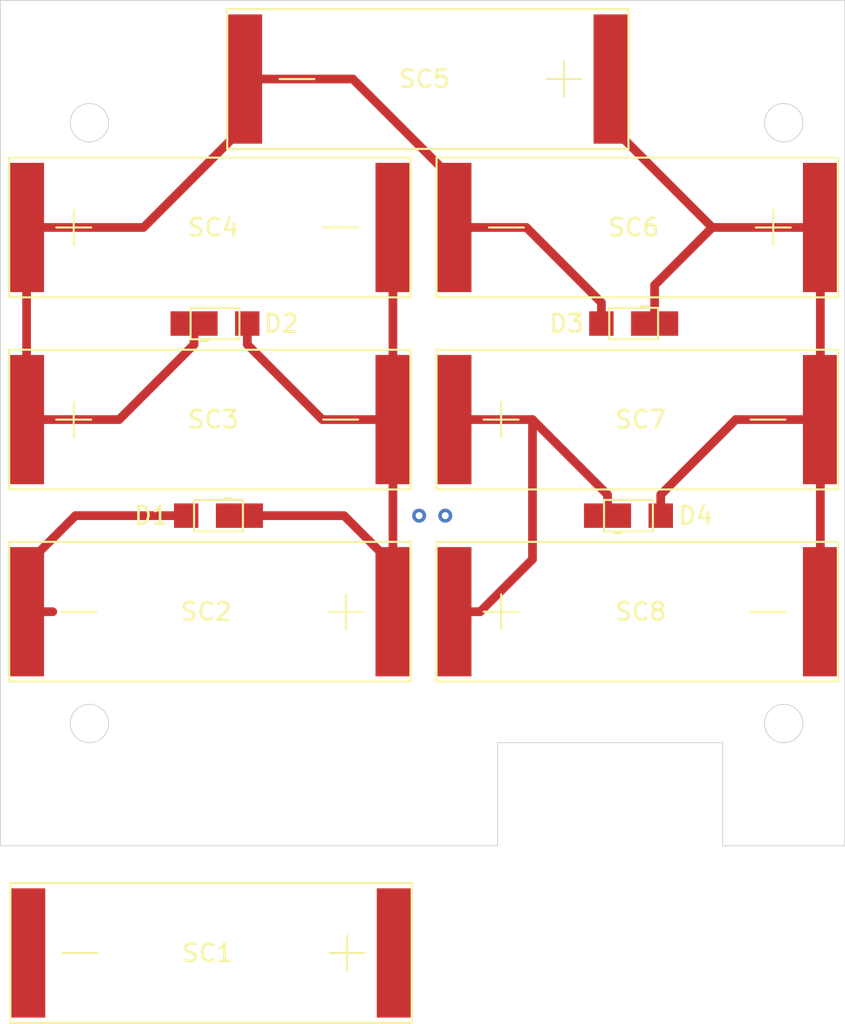
<source format=kicad_pcb>
(kicad_pcb (version 20171130) (host pcbnew "(5.1.4)-1")

  (general
    (thickness 1.6)
    (drawings 12)
    (tracks 48)
    (zones 0)
    (modules 12)
    (nets 6)
  )

  (page A4)
  (layers
    (0 F.Cu signal)
    (1 In1.Cu signal)
    (2 In2.Cu signal)
    (3 In3.Cu signal)
    (4 In4.Cu signal)
    (31 B.Cu signal)
    (32 B.Adhes user)
    (33 F.Adhes user)
    (34 B.Paste user)
    (35 F.Paste user)
    (36 B.SilkS user)
    (37 F.SilkS user)
    (38 B.Mask user)
    (39 F.Mask user)
    (40 Dwgs.User user)
    (41 Cmts.User user)
    (42 Eco1.User user)
    (43 Eco2.User user)
    (44 Edge.Cuts user)
    (45 Margin user)
    (46 B.CrtYd user)
    (47 F.CrtYd user)
    (48 B.Fab user)
    (49 F.Fab user)
  )

  (setup
    (last_trace_width 0.25)
    (user_trace_width 0.127)
    (user_trace_width 0.5)
    (user_trace_width 1)
    (trace_clearance 0.2)
    (zone_clearance 0.508)
    (zone_45_only no)
    (trace_min 0.2)
    (via_size 0.8)
    (via_drill 0.4)
    (via_min_size 0.4)
    (via_min_drill 0.3)
    (uvia_size 0.3)
    (uvia_drill 0.1)
    (uvias_allowed no)
    (uvia_min_size 0.2)
    (uvia_min_drill 0.1)
    (edge_width 0.05)
    (segment_width 0.2)
    (pcb_text_width 0.3)
    (pcb_text_size 1.5 1.5)
    (mod_edge_width 0.12)
    (mod_text_size 1 1)
    (mod_text_width 0.15)
    (pad_size 2.7 1.4)
    (pad_drill 0)
    (pad_to_mask_clearance 0.051)
    (solder_mask_min_width 0.25)
    (aux_axis_origin 0 0)
    (visible_elements 7FFFFFFF)
    (pcbplotparams
      (layerselection 0x010fc_ffffffff)
      (usegerberextensions false)
      (usegerberattributes false)
      (usegerberadvancedattributes false)
      (creategerberjobfile false)
      (excludeedgelayer true)
      (linewidth 0.100000)
      (plotframeref false)
      (viasonmask false)
      (mode 1)
      (useauxorigin false)
      (hpglpennumber 1)
      (hpglpenspeed 20)
      (hpglpendiameter 15.000000)
      (psnegative false)
      (psa4output false)
      (plotreference true)
      (plotvalue true)
      (plotinvisibletext false)
      (padsonsilk false)
      (subtractmaskfromsilk false)
      (outputformat 1)
      (mirror false)
      (drillshape 1)
      (scaleselection 1)
      (outputdirectory ""))
  )

  (net 0 "")
  (net 1 "Net-(D1-Pad2)")
  (net 2 "Net-(D1-Pad1)")
  (net 3 "Net-(D2-Pad1)")
  (net 4 "Net-(D3-Pad1)")
  (net 5 "Net-(D4-Pad1)")

  (net_class Default "This is the default net class."
    (clearance 0.2)
    (trace_width 0.25)
    (via_dia 0.8)
    (via_drill 0.4)
    (uvia_dia 0.3)
    (uvia_drill 0.1)
    (add_net "Net-(D1-Pad1)")
    (add_net "Net-(D1-Pad2)")
    (add_net "Net-(D2-Pad1)")
    (add_net "Net-(D3-Pad1)")
    (add_net "Net-(D4-Pad1)")
  )

  (module SolarCellX:KXOB25-05X3F (layer F.Cu) (tedit 5DADF49B) (tstamp 5DAEAB85)
    (at 116 75)
    (path /5DAF4610)
    (fp_text reference SC8 (at 10.7 0) (layer F.SilkS)
      (effects (font (size 1 1) (thickness 0.15)))
    )
    (fp_text value KXOB25-05X3F (at 10.3 -2) (layer F.Fab)
      (effects (font (size 1 1) (thickness 0.15)))
    )
    (fp_line (start 17 0) (end 19 0) (layer F.SilkS) (width 0.12))
    (fp_line (start 1.7 0) (end 3.7 0) (layer F.SilkS) (width 0.12))
    (fp_line (start 2.7 -1) (end 2.7 1) (layer F.SilkS) (width 0.12))
    (fp_line (start -1 4) (end -1 -4) (layer F.SilkS) (width 0.12))
    (fp_line (start 22 4) (end -1 4) (layer F.SilkS) (width 0.12))
    (fp_line (start 22 -4) (end 22 4) (layer F.SilkS) (width 0.12))
    (fp_line (start -1 -4) (end 22 -4) (layer F.SilkS) (width 0.12))
    (pad 2 smd rect (at 21 0) (size 2 7.4) (layers F.Cu F.Paste F.Mask)
      (net 4 "Net-(D3-Pad1)"))
    (pad 1 smd rect (at 0 0) (size 2 7.4) (layers F.Cu F.Paste F.Mask)
      (net 5 "Net-(D4-Pad1)"))
  )

  (module SolarCellX:KXOB25-05X3F (layer F.Cu) (tedit 5DADF49B) (tstamp 5DAEB173)
    (at 116 64)
    (path /5DAF4616)
    (fp_text reference SC7 (at 10.7 0) (layer F.SilkS)
      (effects (font (size 1 1) (thickness 0.15)))
    )
    (fp_text value KXOB25-05X3F (at 10.3 -1.5) (layer F.Fab)
      (effects (font (size 1 1) (thickness 0.15)))
    )
    (fp_line (start 17 0) (end 19 0) (layer F.SilkS) (width 0.12))
    (fp_line (start 1.7 0) (end 3.7 0) (layer F.SilkS) (width 0.12))
    (fp_line (start 2.7 -1) (end 2.7 1) (layer F.SilkS) (width 0.12))
    (fp_line (start -1 4) (end -1 -4) (layer F.SilkS) (width 0.12))
    (fp_line (start 22 4) (end -1 4) (layer F.SilkS) (width 0.12))
    (fp_line (start 22 -4) (end 22 4) (layer F.SilkS) (width 0.12))
    (fp_line (start -1 -4) (end 22 -4) (layer F.SilkS) (width 0.12))
    (pad 2 smd rect (at 21 0) (size 2 7.4) (layers F.Cu F.Paste F.Mask)
      (net 4 "Net-(D3-Pad1)"))
    (pad 1 smd rect (at 0 0) (size 2 7.4) (layers F.Cu F.Paste F.Mask)
      (net 5 "Net-(D4-Pad1)"))
  )

  (module "SolarCellX:SB Diode" (layer F.Cu) (tedit 5DADF414) (tstamp 5DAEAADB)
    (at 126 69.5)
    (path /5DAF461C)
    (fp_text reference D4 (at 3.85 0) (layer F.SilkS)
      (effects (font (size 1 1) (thickness 0.15)))
    )
    (fp_text value SBDiode (at -6.15 0) (layer F.Fab)
      (effects (font (size 1 1) (thickness 0.15)))
    )
    (fp_line (start -0.8 1) (end -0.4 1) (layer F.SilkS) (width 0.12))
    (fp_line (start -1.4 -0.9) (end 1.4 -0.9) (layer F.SilkS) (width 0.12))
    (fp_line (start -1.4 0.9) (end -1.4 -0.9) (layer F.SilkS) (width 0.12))
    (fp_line (start 1.4 0.9) (end -1.4 0.9) (layer F.SilkS) (width 0.12))
    (fp_line (start 1.4 -0.9) (end 1.4 0.9) (layer F.SilkS) (width 0.12))
    (pad 2 smd rect (at 1.85 0) (size 1.4 1.4) (layers F.Cu F.Paste F.Mask)
      (net 4 "Net-(D3-Pad1)"))
    (pad 1 smd rect (at -1.2 0) (size 2.7 1.4) (layers F.Cu F.Paste F.Mask)
      (net 5 "Net-(D4-Pad1)"))
  )

  (module SolarCellX:KXOB25-05X3F (layer F.Cu) (tedit 5DADF49B) (tstamp 5DAEA8D9)
    (at 112.5 75 180)
    (path /5DAE7285)
    (fp_text reference SC2 (at 10.7 0) (layer F.SilkS)
      (effects (font (size 1 1) (thickness 0.15)))
    )
    (fp_text value KXOB25-05X3F (at 10.3 -1.5) (layer F.Fab)
      (effects (font (size 1 1) (thickness 0.15)))
    )
    (fp_line (start 17 0) (end 19 0) (layer F.SilkS) (width 0.12))
    (fp_line (start 1.7 0) (end 3.7 0) (layer F.SilkS) (width 0.12))
    (fp_line (start 2.7 -1) (end 2.7 1) (layer F.SilkS) (width 0.12))
    (fp_line (start -1 4) (end -1 -4) (layer F.SilkS) (width 0.12))
    (fp_line (start 22 4) (end -1 4) (layer F.SilkS) (width 0.12))
    (fp_line (start 22 -4) (end 22 4) (layer F.SilkS) (width 0.12))
    (fp_line (start -1 -4) (end 22 -4) (layer F.SilkS) (width 0.12))
    (pad 2 smd rect (at 21 0 180) (size 2 7.4) (layers F.Cu F.Paste F.Mask)
      (net 1 "Net-(D1-Pad2)"))
    (pad 1 smd rect (at 0 0 180) (size 2 7.4) (layers F.Cu F.Paste F.Mask)
      (net 2 "Net-(D1-Pad1)"))
  )

  (module SolarCellX:KXOB25-05X3F (layer F.Cu) (tedit 5DADF49B) (tstamp 5DAEA8CC)
    (at 91.5 53)
    (path /5DAE6992)
    (fp_text reference SC4 (at 10.7 0 180) (layer F.SilkS)
      (effects (font (size 1 1) (thickness 0.15)))
    )
    (fp_text value KXOB25-05X3F (at 10.3 -1.5) (layer F.Fab)
      (effects (font (size 1 1) (thickness 0.15)))
    )
    (fp_line (start 17 0) (end 19 0) (layer F.SilkS) (width 0.12))
    (fp_line (start 1.7 0) (end 3.7 0) (layer F.SilkS) (width 0.12))
    (fp_line (start 2.7 -1) (end 2.7 1) (layer F.SilkS) (width 0.12))
    (fp_line (start -1 4) (end -1 -4) (layer F.SilkS) (width 0.12))
    (fp_line (start 22 4) (end -1 4) (layer F.SilkS) (width 0.12))
    (fp_line (start 22 -4) (end 22 4) (layer F.SilkS) (width 0.12))
    (fp_line (start -1 -4) (end 22 -4) (layer F.SilkS) (width 0.12))
    (pad 2 smd rect (at 21 0) (size 2 7.4) (layers F.Cu F.Paste F.Mask)
      (net 2 "Net-(D1-Pad1)"))
    (pad 1 smd rect (at 0 0) (size 2 7.4) (layers F.Cu F.Paste F.Mask)
      (net 3 "Net-(D2-Pad1)"))
  )

  (module SolarCellX:KXOB25-05X3F (layer F.Cu) (tedit 5DADF49B) (tstamp 5DAEA8BF)
    (at 137 53 180)
    (path /5DAE79B4)
    (fp_text reference SC6 (at 10.7 0) (layer F.SilkS)
      (effects (font (size 1 1) (thickness 0.15)))
    )
    (fp_text value KXOB25-05X3F (at 10.5 -1.5) (layer F.Fab)
      (effects (font (size 1 1) (thickness 0.15)))
    )
    (fp_line (start 17 0) (end 19 0) (layer F.SilkS) (width 0.12))
    (fp_line (start 1.7 0) (end 3.7 0) (layer F.SilkS) (width 0.12))
    (fp_line (start 2.7 -1) (end 2.7 1) (layer F.SilkS) (width 0.12))
    (fp_line (start -1 4) (end -1 -4) (layer F.SilkS) (width 0.12))
    (fp_line (start 22 4) (end -1 4) (layer F.SilkS) (width 0.12))
    (fp_line (start 22 -4) (end 22 4) (layer F.SilkS) (width 0.12))
    (fp_line (start -1 -4) (end 22 -4) (layer F.SilkS) (width 0.12))
    (pad 2 smd rect (at 21 0 180) (size 2 7.4) (layers F.Cu F.Paste F.Mask)
      (net 3 "Net-(D2-Pad1)"))
    (pad 1 smd rect (at 0 0 180) (size 2 7.4) (layers F.Cu F.Paste F.Mask)
      (net 4 "Net-(D3-Pad1)"))
  )

  (module SolarCellX:KXOB25-05X3F (layer F.Cu) (tedit 5DADF49B) (tstamp 5DAEA8B2)
    (at 112.5728 94.5388 180)
    (path /5DAE6E79)
    (fp_text reference SC1 (at 10.7 0) (layer F.SilkS)
      (effects (font (size 1 1) (thickness 0.15)))
    )
    (fp_text value KXOB25-05X3F (at 10.3 -1.5) (layer F.Fab)
      (effects (font (size 1 1) (thickness 0.15)))
    )
    (fp_line (start 17 0) (end 19 0) (layer F.SilkS) (width 0.12))
    (fp_line (start 1.7 0) (end 3.7 0) (layer F.SilkS) (width 0.12))
    (fp_line (start 2.7 -1) (end 2.7 1) (layer F.SilkS) (width 0.12))
    (fp_line (start -1 4) (end -1 -4) (layer F.SilkS) (width 0.12))
    (fp_line (start 22 4) (end -1 4) (layer F.SilkS) (width 0.12))
    (fp_line (start 22 -4) (end 22 4) (layer F.SilkS) (width 0.12))
    (fp_line (start -1 -4) (end 22 -4) (layer F.SilkS) (width 0.12))
    (pad 2 smd rect (at 21 0 180) (size 2 7.4) (layers F.Cu F.Paste F.Mask)
      (net 1 "Net-(D1-Pad2)"))
    (pad 1 smd rect (at 0 0 180) (size 2 7.4) (layers F.Cu F.Paste F.Mask)
      (net 2 "Net-(D1-Pad1)"))
  )

  (module SolarCellX:KXOB25-05X3F (layer F.Cu) (tedit 5DADF49B) (tstamp 5DAEA8A5)
    (at 125 44.5 180)
    (path /5DAE788A)
    (fp_text reference SC5 (at 10.7 0) (layer F.SilkS)
      (effects (font (size 1 1) (thickness 0.15)))
    )
    (fp_text value KXOB25-05X3F (at 10.3 -1.5) (layer F.Fab)
      (effects (font (size 1 1) (thickness 0.15)))
    )
    (fp_line (start 17 0) (end 19 0) (layer F.SilkS) (width 0.12))
    (fp_line (start 1.7 0) (end 3.7 0) (layer F.SilkS) (width 0.12))
    (fp_line (start 2.7 -1) (end 2.7 1) (layer F.SilkS) (width 0.12))
    (fp_line (start -1 4) (end -1 -4) (layer F.SilkS) (width 0.12))
    (fp_line (start 22 4) (end -1 4) (layer F.SilkS) (width 0.12))
    (fp_line (start 22 -4) (end 22 4) (layer F.SilkS) (width 0.12))
    (fp_line (start -1 -4) (end 22 -4) (layer F.SilkS) (width 0.12))
    (pad 2 smd rect (at 21 0 180) (size 2 7.4) (layers F.Cu F.Paste F.Mask)
      (net 3 "Net-(D2-Pad1)"))
    (pad 1 smd rect (at 0 0 180) (size 2 7.4) (layers F.Cu F.Paste F.Mask)
      (net 4 "Net-(D3-Pad1)"))
  )

  (module SolarCellX:KXOB25-05X3F (layer F.Cu) (tedit 5DADF49B) (tstamp 5DAEA898)
    (at 91.5 64)
    (path /5DADFBE5)
    (fp_text reference SC3 (at 10.7 0) (layer F.SilkS)
      (effects (font (size 1 1) (thickness 0.15)))
    )
    (fp_text value KXOB25-05X3F (at 10 -2) (layer F.Fab)
      (effects (font (size 1 1) (thickness 0.15)))
    )
    (fp_line (start 17 0) (end 19 0) (layer F.SilkS) (width 0.12))
    (fp_line (start 1.7 0) (end 3.7 0) (layer F.SilkS) (width 0.12))
    (fp_line (start 2.7 -1) (end 2.7 1) (layer F.SilkS) (width 0.12))
    (fp_line (start -1 4) (end -1 -4) (layer F.SilkS) (width 0.12))
    (fp_line (start 22 4) (end -1 4) (layer F.SilkS) (width 0.12))
    (fp_line (start 22 -4) (end 22 4) (layer F.SilkS) (width 0.12))
    (fp_line (start -1 -4) (end 22 -4) (layer F.SilkS) (width 0.12))
    (pad 2 smd rect (at 21 0) (size 2 7.4) (layers F.Cu F.Paste F.Mask)
      (net 2 "Net-(D1-Pad1)"))
    (pad 1 smd rect (at 0 0) (size 2 7.4) (layers F.Cu F.Paste F.Mask)
      (net 3 "Net-(D2-Pad1)"))
  )

  (module "SolarCellX:SB Diode" (layer F.Cu) (tedit 5DAE3646) (tstamp 5DAEA88B)
    (at 102.5 69.5 180)
    (path /5DAE9C11)
    (fp_text reference D1 (at 3.85 0) (layer F.SilkS)
      (effects (font (size 1 1) (thickness 0.15)))
    )
    (fp_text value SBDiode (at -6.15 0) (layer F.Fab)
      (effects (font (size 1 1) (thickness 0.15)))
    )
    (fp_line (start -0.8 1) (end -0.4 1) (layer F.SilkS) (width 0.12))
    (fp_line (start -1.4 -0.9) (end 1.4 -0.9) (layer F.SilkS) (width 0.12))
    (fp_line (start -1.4 0.9) (end -1.4 -0.9) (layer F.SilkS) (width 0.12))
    (fp_line (start 1.4 0.9) (end -1.4 0.9) (layer F.SilkS) (width 0.12))
    (fp_line (start 1.4 -0.9) (end 1.4 0.9) (layer F.SilkS) (width 0.12))
    (pad 2 smd rect (at 1.85 0 180) (size 1.4 1.4) (layers F.Cu F.Paste F.Mask)
      (net 1 "Net-(D1-Pad2)"))
    (pad 1 smd rect (at -1.2 0 180) (size 2.7 1.4) (layers F.Cu F.Paste F.Mask)
      (net 2 "Net-(D1-Pad1)"))
  )

  (module "SolarCellX:SB Diode" (layer F.Cu) (tedit 5DADF414) (tstamp 5DAEA880)
    (at 102.3 58.5)
    (path /5DAE97C8)
    (fp_text reference D2 (at 3.8 0) (layer F.SilkS)
      (effects (font (size 1 1) (thickness 0.15)))
    )
    (fp_text value SBDiode (at -6.2 0) (layer F.Fab)
      (effects (font (size 1 1) (thickness 0.15)))
    )
    (fp_line (start -0.8 1) (end -0.4 1) (layer F.SilkS) (width 0.12))
    (fp_line (start -1.4 -0.9) (end 1.4 -0.9) (layer F.SilkS) (width 0.12))
    (fp_line (start -1.4 0.9) (end -1.4 -0.9) (layer F.SilkS) (width 0.12))
    (fp_line (start 1.4 0.9) (end -1.4 0.9) (layer F.SilkS) (width 0.12))
    (fp_line (start 1.4 -0.9) (end 1.4 0.9) (layer F.SilkS) (width 0.12))
    (pad 2 smd rect (at 1.85 0) (size 1.4 1.4) (layers F.Cu F.Paste F.Mask)
      (net 2 "Net-(D1-Pad1)"))
    (pad 1 smd rect (at -1.2 0) (size 2.7 1.4) (layers F.Cu F.Paste F.Mask)
      (net 3 "Net-(D2-Pad1)"))
  )

  (module "SolarCellX:SB Diode" (layer F.Cu) (tedit 5DADF414) (tstamp 5DAEA875)
    (at 126.3 58.5 180)
    (path /5DAE8800)
    (fp_text reference D3 (at 3.85 0) (layer F.SilkS)
      (effects (font (size 1 1) (thickness 0.15)))
    )
    (fp_text value SBDiode (at -6.15 0) (layer F.Fab)
      (effects (font (size 1 1) (thickness 0.15)))
    )
    (fp_line (start -0.8 1) (end -0.4 1) (layer F.SilkS) (width 0.12))
    (fp_line (start -1.4 -0.9) (end 1.4 -0.9) (layer F.SilkS) (width 0.12))
    (fp_line (start -1.4 0.9) (end -1.4 -0.9) (layer F.SilkS) (width 0.12))
    (fp_line (start 1.4 0.9) (end -1.4 0.9) (layer F.SilkS) (width 0.12))
    (fp_line (start 1.4 -0.9) (end 1.4 0.9) (layer F.SilkS) (width 0.12))
    (pad 2 smd rect (at 1.85 0 180) (size 1.4 1.4) (layers F.Cu F.Paste F.Mask)
      (net 3 "Net-(D2-Pad1)"))
    (pad 1 smd rect (at -1.2 0 180) (size 2.7 1.4) (layers F.Cu F.Paste F.Mask)
      (net 4 "Net-(D3-Pad1)"))
  )

  (gr_line (start 138.4 88.4) (end 131.4 88.4) (layer Edge.Cuts) (width 0.05))
  (gr_line (start 131.4 88.4) (end 131.4 82.5) (layer Edge.Cuts) (width 0.05))
  (gr_line (start 131.4 82.5) (end 118.5 82.5) (layer Edge.Cuts) (width 0.05))
  (gr_line (start 118.5 82.5) (end 118.5 88.4) (layer Edge.Cuts) (width 0.05))
  (gr_circle (center 95.1 81.4) (end 96.2 81.4) (layer Edge.Cuts) (width 0.05))
  (gr_circle (center 134.9 81.4) (end 136 81.4) (layer Edge.Cuts) (width 0.05))
  (gr_circle (center 134.9 47) (end 136 47) (layer Edge.Cuts) (width 0.05))
  (gr_circle (center 95.1 47) (end 96.2 47) (layer Edge.Cuts) (width 0.05))
  (gr_line (start 118.5 88.4) (end 90 88.4) (layer Edge.Cuts) (width 0.05))
  (gr_line (start 90 88.4) (end 90 40) (layer Edge.Cuts) (width 0.05) (tstamp 5DAE3ED1))
  (gr_line (start 138.4 40) (end 138.4 88.4) (layer Edge.Cuts) (width 0.05))
  (gr_line (start 90 40) (end 138.4 40) (layer Edge.Cuts) (width 0.05))

  (via (at 114 69.5) (size 0.8) (drill 0.4) (layers F.Cu B.Cu) (net 0))
  (via (at 115.5 69.5) (size 0.8) (drill 0.4) (layers F.Cu B.Cu) (net 0))
  (segment (start 91.5 75) (end 93 75) (width 0.5) (layer F.Cu) (net 1))
  (segment (start 91.5 72.3) (end 91.5 75) (width 0.5) (layer F.Cu) (net 1))
  (segment (start 94.3 69.5) (end 91.5 72.3) (width 0.5) (layer F.Cu) (net 1))
  (segment (start 100.65 69.5) (end 94.3 69.5) (width 0.5) (layer F.Cu) (net 1))
  (segment (start 112.5 75) (end 112.5 77.7) (width 0.5) (layer F.Cu) (net 2))
  (segment (start 112.5 72.3) (end 112.5 75) (width 0.5) (layer F.Cu) (net 2))
  (segment (start 109.7 69.5) (end 112.5 72.3) (width 0.5) (layer F.Cu) (net 2))
  (segment (start 103.7 69.5) (end 109.7 69.5) (width 0.5) (layer F.Cu) (net 2))
  (segment (start 112.5 70.8) (end 112.5 64) (width 0.5) (layer F.Cu) (net 2))
  (segment (start 112.5 75) (end 112.5 70.8) (width 0.5) (layer F.Cu) (net 2))
  (segment (start 104.15 59.7) (end 104.15 58.5) (width 0.5) (layer F.Cu) (net 2))
  (segment (start 108.45 64) (end 104.15 59.7) (width 0.5) (layer F.Cu) (net 2))
  (segment (start 112.5 64) (end 108.45 64) (width 0.5) (layer F.Cu) (net 2))
  (segment (start 112.5 57.2) (end 112.5 64) (width 0.5) (layer F.Cu) (net 2))
  (segment (start 112.5 53) (end 112.5 57.2) (width 0.5) (layer F.Cu) (net 2))
  (segment (start 101.1 59.7) (end 101.1 58.5) (width 0.5) (layer F.Cu) (net 3))
  (segment (start 96.8 64) (end 101.1 59.7) (width 0.5) (layer F.Cu) (net 3))
  (segment (start 91.5 64) (end 96.8 64) (width 0.5) (layer F.Cu) (net 3))
  (segment (start 91.5 64) (end 91.5 53) (width 0.5) (layer F.Cu) (net 3))
  (segment (start 104 47.2) (end 104 44.5) (width 0.5) (layer F.Cu) (net 3))
  (segment (start 98.2 53) (end 104 47.2) (width 0.5) (layer F.Cu) (net 3))
  (segment (start 91.5 53) (end 98.2 53) (width 0.5) (layer F.Cu) (net 3))
  (segment (start 116 50.3) (end 116 53) (width 0.5) (layer F.Cu) (net 3))
  (segment (start 110.2 44.5) (end 116 50.3) (width 0.5) (layer F.Cu) (net 3))
  (segment (start 104 44.5) (end 110.2 44.5) (width 0.5) (layer F.Cu) (net 3))
  (segment (start 124.45 57.3) (end 124.45 58.5) (width 0.5) (layer F.Cu) (net 3))
  (segment (start 120.15 53) (end 124.45 57.3) (width 0.5) (layer F.Cu) (net 3))
  (segment (start 116 53) (end 120.15 53) (width 0.5) (layer F.Cu) (net 3))
  (segment (start 125 47.2) (end 125 44.5) (width 0.5) (layer F.Cu) (net 4))
  (segment (start 130.8 53) (end 125 47.2) (width 0.5) (layer F.Cu) (net 4))
  (segment (start 137 53) (end 130.8 53) (width 0.5) (layer F.Cu) (net 4))
  (segment (start 127.5 56.3) (end 127.5 58.5) (width 0.5) (layer F.Cu) (net 4))
  (segment (start 130.8 53) (end 127.5 56.3) (width 0.5) (layer F.Cu) (net 4))
  (segment (start 137 57.2) (end 137 64) (width 0.5) (layer F.Cu) (net 4))
  (segment (start 137 53) (end 137 57.2) (width 0.5) (layer F.Cu) (net 4))
  (segment (start 127.85 68.3) (end 127.85 69.5) (width 0.5) (layer F.Cu) (net 4))
  (segment (start 132.15 64) (end 127.85 68.3) (width 0.5) (layer F.Cu) (net 4))
  (segment (start 137 64) (end 132.15 64) (width 0.5) (layer F.Cu) (net 4))
  (segment (start 137 68.2) (end 137 75) (width 0.5) (layer F.Cu) (net 4))
  (segment (start 137 64) (end 137 68.2) (width 0.5) (layer F.Cu) (net 4))
  (segment (start 124.8 68.3) (end 124.8 69.5) (width 0.5) (layer F.Cu) (net 5))
  (segment (start 120.5 64) (end 124.8 68.3) (width 0.5) (layer F.Cu) (net 5))
  (segment (start 116 64) (end 120.5 64) (width 0.5) (layer F.Cu) (net 5))
  (segment (start 120.5 72) (end 120.5 64) (width 0.5) (layer F.Cu) (net 5))
  (segment (start 117.5 75) (end 120.5 72) (width 0.5) (layer F.Cu) (net 5))
  (segment (start 116 75) (end 117.5 75) (width 0.5) (layer F.Cu) (net 5))

)

</source>
